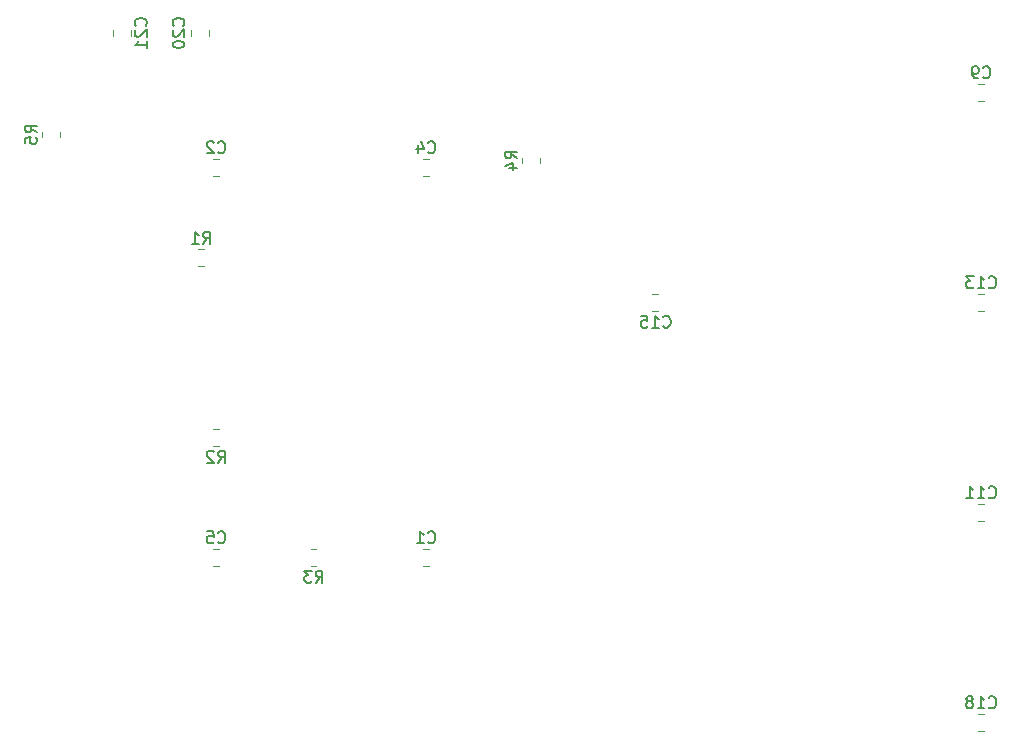
<source format=gbr>
%TF.GenerationSoftware,KiCad,Pcbnew,(5.1.9)-1*%
%TF.CreationDate,2021-06-06T15:03:33-04:00*%
%TF.ProjectId,main,6d61696e-2e6b-4696-9361-645f70636258,rev?*%
%TF.SameCoordinates,Original*%
%TF.FileFunction,Legend,Bot*%
%TF.FilePolarity,Positive*%
%FSLAX46Y46*%
G04 Gerber Fmt 4.6, Leading zero omitted, Abs format (unit mm)*
G04 Created by KiCad (PCBNEW (5.1.9)-1) date 2021-06-06 15:03:33*
%MOMM*%
%LPD*%
G01*
G04 APERTURE LIST*
%ADD10C,0.120000*%
%ADD11C,0.150000*%
G04 APERTURE END LIST*
D10*
%TO.C,R5*%
X33120000Y-40135436D02*
X33120000Y-40589564D01*
X31650000Y-40135436D02*
X31650000Y-40589564D01*
%TO.C,R4*%
X73760000Y-42317936D02*
X73760000Y-42772064D01*
X72290000Y-42317936D02*
X72290000Y-42772064D01*
%TO.C,C5*%
X46616252Y-76935000D02*
X46093748Y-76935000D01*
X46616252Y-75465000D02*
X46093748Y-75465000D01*
%TO.C,C4*%
X64396252Y-43915000D02*
X63873748Y-43915000D01*
X64396252Y-42445000D02*
X63873748Y-42445000D01*
%TO.C,C2*%
X46616252Y-43915000D02*
X46093748Y-43915000D01*
X46616252Y-42445000D02*
X46093748Y-42445000D01*
%TO.C,C1*%
X64396252Y-76935000D02*
X63873748Y-76935000D01*
X64396252Y-75465000D02*
X63873748Y-75465000D01*
%TO.C,R3*%
X54382936Y-75465000D02*
X54837064Y-75465000D01*
X54382936Y-76935000D02*
X54837064Y-76935000D01*
%TO.C,R2*%
X46127936Y-65305000D02*
X46582064Y-65305000D01*
X46127936Y-66775000D02*
X46582064Y-66775000D01*
%TO.C,R1*%
X45312064Y-51535000D02*
X44857936Y-51535000D01*
X45312064Y-50065000D02*
X44857936Y-50065000D01*
%TO.C,C21*%
X37637800Y-31522648D02*
X37637800Y-32045152D01*
X39107800Y-31522648D02*
X39107800Y-32045152D01*
%TO.C,C20*%
X44262000Y-31522648D02*
X44262000Y-32045152D01*
X45732000Y-31522648D02*
X45732000Y-32045152D01*
%TO.C,C18*%
X111386252Y-89435000D02*
X110863748Y-89435000D01*
X111386252Y-90905000D02*
X110863748Y-90905000D01*
%TO.C,C15*%
X83761252Y-53875000D02*
X83238748Y-53875000D01*
X83761252Y-55345000D02*
X83238748Y-55345000D01*
%TO.C,C13*%
X111386252Y-53875000D02*
X110863748Y-53875000D01*
X111386252Y-55345000D02*
X110863748Y-55345000D01*
%TO.C,C11*%
X111386252Y-71655000D02*
X110863748Y-71655000D01*
X111386252Y-73125000D02*
X110863748Y-73125000D01*
%TO.C,C9*%
X111386252Y-36095000D02*
X110863748Y-36095000D01*
X111386252Y-37565000D02*
X110863748Y-37565000D01*
%TO.C,R5*%
D11*
X31187380Y-40195833D02*
X30711190Y-39862500D01*
X31187380Y-39624404D02*
X30187380Y-39624404D01*
X30187380Y-40005357D01*
X30235000Y-40100595D01*
X30282619Y-40148214D01*
X30377857Y-40195833D01*
X30520714Y-40195833D01*
X30615952Y-40148214D01*
X30663571Y-40100595D01*
X30711190Y-40005357D01*
X30711190Y-39624404D01*
X30187380Y-41100595D02*
X30187380Y-40624404D01*
X30663571Y-40576785D01*
X30615952Y-40624404D01*
X30568333Y-40719642D01*
X30568333Y-40957738D01*
X30615952Y-41052976D01*
X30663571Y-41100595D01*
X30758809Y-41148214D01*
X30996904Y-41148214D01*
X31092142Y-41100595D01*
X31139761Y-41052976D01*
X31187380Y-40957738D01*
X31187380Y-40719642D01*
X31139761Y-40624404D01*
X31092142Y-40576785D01*
%TO.C,R4*%
X71827380Y-42378333D02*
X71351190Y-42045000D01*
X71827380Y-41806904D02*
X70827380Y-41806904D01*
X70827380Y-42187857D01*
X70875000Y-42283095D01*
X70922619Y-42330714D01*
X71017857Y-42378333D01*
X71160714Y-42378333D01*
X71255952Y-42330714D01*
X71303571Y-42283095D01*
X71351190Y-42187857D01*
X71351190Y-41806904D01*
X71160714Y-43235476D02*
X71827380Y-43235476D01*
X70779761Y-42997380D02*
X71494047Y-42759285D01*
X71494047Y-43378333D01*
%TO.C,C5*%
X46521666Y-74877142D02*
X46569285Y-74924761D01*
X46712142Y-74972380D01*
X46807380Y-74972380D01*
X46950238Y-74924761D01*
X47045476Y-74829523D01*
X47093095Y-74734285D01*
X47140714Y-74543809D01*
X47140714Y-74400952D01*
X47093095Y-74210476D01*
X47045476Y-74115238D01*
X46950238Y-74020000D01*
X46807380Y-73972380D01*
X46712142Y-73972380D01*
X46569285Y-74020000D01*
X46521666Y-74067619D01*
X45616904Y-73972380D02*
X46093095Y-73972380D01*
X46140714Y-74448571D01*
X46093095Y-74400952D01*
X45997857Y-74353333D01*
X45759761Y-74353333D01*
X45664523Y-74400952D01*
X45616904Y-74448571D01*
X45569285Y-74543809D01*
X45569285Y-74781904D01*
X45616904Y-74877142D01*
X45664523Y-74924761D01*
X45759761Y-74972380D01*
X45997857Y-74972380D01*
X46093095Y-74924761D01*
X46140714Y-74877142D01*
%TO.C,C4*%
X64301666Y-41857142D02*
X64349285Y-41904761D01*
X64492142Y-41952380D01*
X64587380Y-41952380D01*
X64730238Y-41904761D01*
X64825476Y-41809523D01*
X64873095Y-41714285D01*
X64920714Y-41523809D01*
X64920714Y-41380952D01*
X64873095Y-41190476D01*
X64825476Y-41095238D01*
X64730238Y-41000000D01*
X64587380Y-40952380D01*
X64492142Y-40952380D01*
X64349285Y-41000000D01*
X64301666Y-41047619D01*
X63444523Y-41285714D02*
X63444523Y-41952380D01*
X63682619Y-40904761D02*
X63920714Y-41619047D01*
X63301666Y-41619047D01*
%TO.C,C2*%
X46521666Y-41857142D02*
X46569285Y-41904761D01*
X46712142Y-41952380D01*
X46807380Y-41952380D01*
X46950238Y-41904761D01*
X47045476Y-41809523D01*
X47093095Y-41714285D01*
X47140714Y-41523809D01*
X47140714Y-41380952D01*
X47093095Y-41190476D01*
X47045476Y-41095238D01*
X46950238Y-41000000D01*
X46807380Y-40952380D01*
X46712142Y-40952380D01*
X46569285Y-41000000D01*
X46521666Y-41047619D01*
X46140714Y-41047619D02*
X46093095Y-41000000D01*
X45997857Y-40952380D01*
X45759761Y-40952380D01*
X45664523Y-41000000D01*
X45616904Y-41047619D01*
X45569285Y-41142857D01*
X45569285Y-41238095D01*
X45616904Y-41380952D01*
X46188333Y-41952380D01*
X45569285Y-41952380D01*
%TO.C,C1*%
X64301666Y-74877142D02*
X64349285Y-74924761D01*
X64492142Y-74972380D01*
X64587380Y-74972380D01*
X64730238Y-74924761D01*
X64825476Y-74829523D01*
X64873095Y-74734285D01*
X64920714Y-74543809D01*
X64920714Y-74400952D01*
X64873095Y-74210476D01*
X64825476Y-74115238D01*
X64730238Y-74020000D01*
X64587380Y-73972380D01*
X64492142Y-73972380D01*
X64349285Y-74020000D01*
X64301666Y-74067619D01*
X63349285Y-74972380D02*
X63920714Y-74972380D01*
X63635000Y-74972380D02*
X63635000Y-73972380D01*
X63730238Y-74115238D01*
X63825476Y-74210476D01*
X63920714Y-74258095D01*
%TO.C,R3*%
X54776666Y-78302380D02*
X55110000Y-77826190D01*
X55348095Y-78302380D02*
X55348095Y-77302380D01*
X54967142Y-77302380D01*
X54871904Y-77350000D01*
X54824285Y-77397619D01*
X54776666Y-77492857D01*
X54776666Y-77635714D01*
X54824285Y-77730952D01*
X54871904Y-77778571D01*
X54967142Y-77826190D01*
X55348095Y-77826190D01*
X54443333Y-77302380D02*
X53824285Y-77302380D01*
X54157619Y-77683333D01*
X54014761Y-77683333D01*
X53919523Y-77730952D01*
X53871904Y-77778571D01*
X53824285Y-77873809D01*
X53824285Y-78111904D01*
X53871904Y-78207142D01*
X53919523Y-78254761D01*
X54014761Y-78302380D01*
X54300476Y-78302380D01*
X54395714Y-78254761D01*
X54443333Y-78207142D01*
%TO.C,R2*%
X46521666Y-68142380D02*
X46855000Y-67666190D01*
X47093095Y-68142380D02*
X47093095Y-67142380D01*
X46712142Y-67142380D01*
X46616904Y-67190000D01*
X46569285Y-67237619D01*
X46521666Y-67332857D01*
X46521666Y-67475714D01*
X46569285Y-67570952D01*
X46616904Y-67618571D01*
X46712142Y-67666190D01*
X47093095Y-67666190D01*
X46140714Y-67237619D02*
X46093095Y-67190000D01*
X45997857Y-67142380D01*
X45759761Y-67142380D01*
X45664523Y-67190000D01*
X45616904Y-67237619D01*
X45569285Y-67332857D01*
X45569285Y-67428095D01*
X45616904Y-67570952D01*
X46188333Y-68142380D01*
X45569285Y-68142380D01*
%TO.C,R1*%
X45251666Y-49602380D02*
X45585000Y-49126190D01*
X45823095Y-49602380D02*
X45823095Y-48602380D01*
X45442142Y-48602380D01*
X45346904Y-48650000D01*
X45299285Y-48697619D01*
X45251666Y-48792857D01*
X45251666Y-48935714D01*
X45299285Y-49030952D01*
X45346904Y-49078571D01*
X45442142Y-49126190D01*
X45823095Y-49126190D01*
X44299285Y-49602380D02*
X44870714Y-49602380D01*
X44585000Y-49602380D02*
X44585000Y-48602380D01*
X44680238Y-48745238D01*
X44775476Y-48840476D01*
X44870714Y-48888095D01*
%TO.C,C21*%
X40380942Y-31141042D02*
X40428561Y-31093423D01*
X40476180Y-30950566D01*
X40476180Y-30855328D01*
X40428561Y-30712471D01*
X40333323Y-30617233D01*
X40238085Y-30569614D01*
X40047609Y-30521995D01*
X39904752Y-30521995D01*
X39714276Y-30569614D01*
X39619038Y-30617233D01*
X39523800Y-30712471D01*
X39476180Y-30855328D01*
X39476180Y-30950566D01*
X39523800Y-31093423D01*
X39571419Y-31141042D01*
X39571419Y-31521995D02*
X39523800Y-31569614D01*
X39476180Y-31664852D01*
X39476180Y-31902947D01*
X39523800Y-31998185D01*
X39571419Y-32045804D01*
X39666657Y-32093423D01*
X39761895Y-32093423D01*
X39904752Y-32045804D01*
X40476180Y-31474376D01*
X40476180Y-32093423D01*
X40476180Y-33045804D02*
X40476180Y-32474376D01*
X40476180Y-32760090D02*
X39476180Y-32760090D01*
X39619038Y-32664852D01*
X39714276Y-32569614D01*
X39761895Y-32474376D01*
%TO.C,C20*%
X43576142Y-31141042D02*
X43623761Y-31093423D01*
X43671380Y-30950566D01*
X43671380Y-30855328D01*
X43623761Y-30712471D01*
X43528523Y-30617233D01*
X43433285Y-30569614D01*
X43242809Y-30521995D01*
X43099952Y-30521995D01*
X42909476Y-30569614D01*
X42814238Y-30617233D01*
X42719000Y-30712471D01*
X42671380Y-30855328D01*
X42671380Y-30950566D01*
X42719000Y-31093423D01*
X42766619Y-31141042D01*
X42766619Y-31521995D02*
X42719000Y-31569614D01*
X42671380Y-31664852D01*
X42671380Y-31902947D01*
X42719000Y-31998185D01*
X42766619Y-32045804D01*
X42861857Y-32093423D01*
X42957095Y-32093423D01*
X43099952Y-32045804D01*
X43671380Y-31474376D01*
X43671380Y-32093423D01*
X42671380Y-32712471D02*
X42671380Y-32807709D01*
X42719000Y-32902947D01*
X42766619Y-32950566D01*
X42861857Y-32998185D01*
X43052333Y-33045804D01*
X43290428Y-33045804D01*
X43480904Y-32998185D01*
X43576142Y-32950566D01*
X43623761Y-32902947D01*
X43671380Y-32807709D01*
X43671380Y-32712471D01*
X43623761Y-32617233D01*
X43576142Y-32569614D01*
X43480904Y-32521995D01*
X43290428Y-32474376D01*
X43052333Y-32474376D01*
X42861857Y-32521995D01*
X42766619Y-32569614D01*
X42719000Y-32617233D01*
X42671380Y-32712471D01*
%TO.C,C18*%
X111767857Y-88847142D02*
X111815476Y-88894761D01*
X111958333Y-88942380D01*
X112053571Y-88942380D01*
X112196428Y-88894761D01*
X112291666Y-88799523D01*
X112339285Y-88704285D01*
X112386904Y-88513809D01*
X112386904Y-88370952D01*
X112339285Y-88180476D01*
X112291666Y-88085238D01*
X112196428Y-87990000D01*
X112053571Y-87942380D01*
X111958333Y-87942380D01*
X111815476Y-87990000D01*
X111767857Y-88037619D01*
X110815476Y-88942380D02*
X111386904Y-88942380D01*
X111101190Y-88942380D02*
X111101190Y-87942380D01*
X111196428Y-88085238D01*
X111291666Y-88180476D01*
X111386904Y-88228095D01*
X110244047Y-88370952D02*
X110339285Y-88323333D01*
X110386904Y-88275714D01*
X110434523Y-88180476D01*
X110434523Y-88132857D01*
X110386904Y-88037619D01*
X110339285Y-87990000D01*
X110244047Y-87942380D01*
X110053571Y-87942380D01*
X109958333Y-87990000D01*
X109910714Y-88037619D01*
X109863095Y-88132857D01*
X109863095Y-88180476D01*
X109910714Y-88275714D01*
X109958333Y-88323333D01*
X110053571Y-88370952D01*
X110244047Y-88370952D01*
X110339285Y-88418571D01*
X110386904Y-88466190D01*
X110434523Y-88561428D01*
X110434523Y-88751904D01*
X110386904Y-88847142D01*
X110339285Y-88894761D01*
X110244047Y-88942380D01*
X110053571Y-88942380D01*
X109958333Y-88894761D01*
X109910714Y-88847142D01*
X109863095Y-88751904D01*
X109863095Y-88561428D01*
X109910714Y-88466190D01*
X109958333Y-88418571D01*
X110053571Y-88370952D01*
%TO.C,C15*%
X84203857Y-56618142D02*
X84251476Y-56665761D01*
X84394333Y-56713380D01*
X84489571Y-56713380D01*
X84632428Y-56665761D01*
X84727666Y-56570523D01*
X84775285Y-56475285D01*
X84822904Y-56284809D01*
X84822904Y-56141952D01*
X84775285Y-55951476D01*
X84727666Y-55856238D01*
X84632428Y-55761000D01*
X84489571Y-55713380D01*
X84394333Y-55713380D01*
X84251476Y-55761000D01*
X84203857Y-55808619D01*
X83251476Y-56713380D02*
X83822904Y-56713380D01*
X83537190Y-56713380D02*
X83537190Y-55713380D01*
X83632428Y-55856238D01*
X83727666Y-55951476D01*
X83822904Y-55999095D01*
X82346714Y-55713380D02*
X82822904Y-55713380D01*
X82870523Y-56189571D01*
X82822904Y-56141952D01*
X82727666Y-56094333D01*
X82489571Y-56094333D01*
X82394333Y-56141952D01*
X82346714Y-56189571D01*
X82299095Y-56284809D01*
X82299095Y-56522904D01*
X82346714Y-56618142D01*
X82394333Y-56665761D01*
X82489571Y-56713380D01*
X82727666Y-56713380D01*
X82822904Y-56665761D01*
X82870523Y-56618142D01*
%TO.C,C13*%
X111767857Y-53287142D02*
X111815476Y-53334761D01*
X111958333Y-53382380D01*
X112053571Y-53382380D01*
X112196428Y-53334761D01*
X112291666Y-53239523D01*
X112339285Y-53144285D01*
X112386904Y-52953809D01*
X112386904Y-52810952D01*
X112339285Y-52620476D01*
X112291666Y-52525238D01*
X112196428Y-52430000D01*
X112053571Y-52382380D01*
X111958333Y-52382380D01*
X111815476Y-52430000D01*
X111767857Y-52477619D01*
X110815476Y-53382380D02*
X111386904Y-53382380D01*
X111101190Y-53382380D02*
X111101190Y-52382380D01*
X111196428Y-52525238D01*
X111291666Y-52620476D01*
X111386904Y-52668095D01*
X110482142Y-52382380D02*
X109863095Y-52382380D01*
X110196428Y-52763333D01*
X110053571Y-52763333D01*
X109958333Y-52810952D01*
X109910714Y-52858571D01*
X109863095Y-52953809D01*
X109863095Y-53191904D01*
X109910714Y-53287142D01*
X109958333Y-53334761D01*
X110053571Y-53382380D01*
X110339285Y-53382380D01*
X110434523Y-53334761D01*
X110482142Y-53287142D01*
%TO.C,C11*%
X111767857Y-71067142D02*
X111815476Y-71114761D01*
X111958333Y-71162380D01*
X112053571Y-71162380D01*
X112196428Y-71114761D01*
X112291666Y-71019523D01*
X112339285Y-70924285D01*
X112386904Y-70733809D01*
X112386904Y-70590952D01*
X112339285Y-70400476D01*
X112291666Y-70305238D01*
X112196428Y-70210000D01*
X112053571Y-70162380D01*
X111958333Y-70162380D01*
X111815476Y-70210000D01*
X111767857Y-70257619D01*
X110815476Y-71162380D02*
X111386904Y-71162380D01*
X111101190Y-71162380D02*
X111101190Y-70162380D01*
X111196428Y-70305238D01*
X111291666Y-70400476D01*
X111386904Y-70448095D01*
X109863095Y-71162380D02*
X110434523Y-71162380D01*
X110148809Y-71162380D02*
X110148809Y-70162380D01*
X110244047Y-70305238D01*
X110339285Y-70400476D01*
X110434523Y-70448095D01*
%TO.C,C9*%
X111291666Y-35507142D02*
X111339285Y-35554761D01*
X111482142Y-35602380D01*
X111577380Y-35602380D01*
X111720238Y-35554761D01*
X111815476Y-35459523D01*
X111863095Y-35364285D01*
X111910714Y-35173809D01*
X111910714Y-35030952D01*
X111863095Y-34840476D01*
X111815476Y-34745238D01*
X111720238Y-34650000D01*
X111577380Y-34602380D01*
X111482142Y-34602380D01*
X111339285Y-34650000D01*
X111291666Y-34697619D01*
X110815476Y-35602380D02*
X110625000Y-35602380D01*
X110529761Y-35554761D01*
X110482142Y-35507142D01*
X110386904Y-35364285D01*
X110339285Y-35173809D01*
X110339285Y-34792857D01*
X110386904Y-34697619D01*
X110434523Y-34650000D01*
X110529761Y-34602380D01*
X110720238Y-34602380D01*
X110815476Y-34650000D01*
X110863095Y-34697619D01*
X110910714Y-34792857D01*
X110910714Y-35030952D01*
X110863095Y-35126190D01*
X110815476Y-35173809D01*
X110720238Y-35221428D01*
X110529761Y-35221428D01*
X110434523Y-35173809D01*
X110386904Y-35126190D01*
X110339285Y-35030952D01*
%TD*%
M02*

</source>
